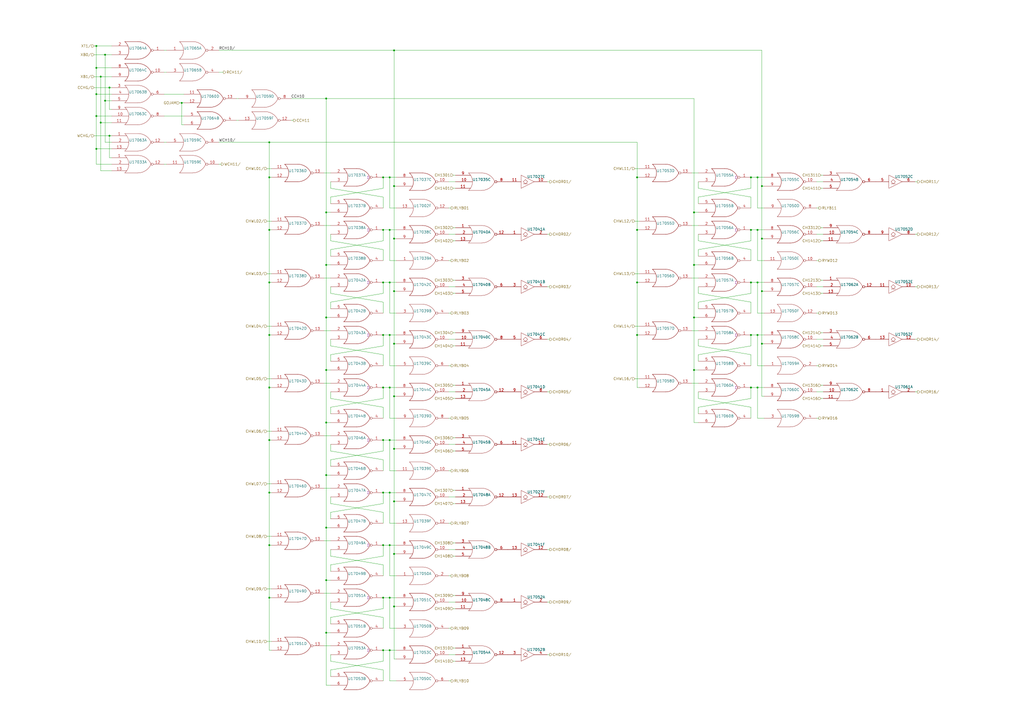
<source format=kicad_sch>
(kicad_sch (version 20211123) (generator eeschema)
  (paper "A2")
  (junction (at 226.06 346.71))
  (junction (at 55.88 54.61))
  (junction (at 439.42 194.31))
  (junction (at 222.25 102.87))
  (junction (at 156.21 194.31))
  (junction (at 189.23 123.19))
  (junction (at 60.96 58.42))
  (junction (at 156.21 224.79))
  (junction (at 226.06 102.87))
  (junction (at 226.06 224.79))
  (junction (at 222.25 224.79))
  (junction (at 435.61 163.83))
  (junction (at 435.61 224.79))
  (junction (at 156.21 346.71))
  (junction (at 228.6 138.43))
  (junction (at 58.42 44.45))
  (junction (at 189.23 214.63))
  (junction (at 189.23 336.55))
  (junction (at 156.21 102.87))
  (junction (at 156.21 285.75))
  (junction (at 228.6 168.91))
  (junction (at 60.96 31.75))
  (junction (at 226.06 255.27))
  (junction (at 58.42 71.12))
  (junction (at 55.88 67.31))
  (junction (at 226.06 316.23))
  (junction (at 226.06 133.35))
  (junction (at 156.21 163.83))
  (junction (at 228.6 29.21))
  (junction (at 156.21 255.27))
  (junction (at 435.61 194.31))
  (junction (at 439.42 102.87))
  (junction (at 226.06 285.75))
  (junction (at 441.96 199.39))
  (junction (at 156.21 133.35))
  (junction (at 189.23 57.15))
  (junction (at 156.21 316.23))
  (junction (at 441.96 168.91))
  (junction (at 189.23 306.07))
  (junction (at 228.6 290.83))
  (junction (at 189.23 245.11))
  (junction (at 402.59 153.67))
  (junction (at 222.25 163.83))
  (junction (at 222.25 346.71))
  (junction (at 222.25 133.35))
  (junction (at 228.6 229.87))
  (junction (at 189.23 184.15))
  (junction (at 435.61 102.87))
  (junction (at 226.06 194.31))
  (junction (at 222.25 194.31))
  (junction (at 439.42 163.83))
  (junction (at 189.23 367.03))
  (junction (at 228.6 199.39))
  (junction (at 369.57 102.87))
  (junction (at 226.06 377.19))
  (junction (at 369.57 163.83))
  (junction (at 441.96 107.95))
  (junction (at 55.88 86.36))
  (junction (at 228.6 260.35))
  (junction (at 55.88 26.67))
  (junction (at 441.96 138.43))
  (junction (at 189.23 153.67))
  (junction (at 369.57 133.35))
  (junction (at 63.5 78.74))
  (junction (at 105.41 59.69))
  (junction (at 63.5 50.8))
  (junction (at 222.25 316.23))
  (junction (at 439.42 224.79))
  (junction (at 55.88 39.37))
  (junction (at 439.42 133.35))
  (junction (at 189.23 275.59))
  (junction (at 402.59 184.15))
  (junction (at 369.57 194.31))
  (junction (at 402.59 123.19))
  (junction (at 222.25 255.27))
  (junction (at 156.21 82.55))
  (junction (at 228.6 321.31))
  (junction (at 222.25 377.19))
  (junction (at 222.25 285.75))
  (junction (at 402.59 214.63))
  (junction (at 226.06 163.83))
  (junction (at 228.6 351.79))
  (junction (at 228.6 107.95))
  (junction (at 435.61 133.35))
  (wire (pts (xy 229.87 107.95) (xy 228.6 107.95)))
  (wire (pts (xy 191.77 358.14) (xy 191.77 361.95)))
  (wire (pts (xy 401.32 222.25) (xy 405.13 222.25)))
  (wire (pts (xy 105.41 59.69) (xy 105.41 72.39)))
  (wire (pts (xy 222.25 261.62) (xy 191.77 266.7)))
  (wire (pts (xy 226.06 346.71) (xy 229.87 346.71)))
  (wire (pts (xy 435.61 109.22) (xy 405.13 114.3)))
  (wire (pts (xy 226.06 133.35) (xy 226.06 151.13)))
  (wire (pts (xy 156.21 255.27) (xy 156.21 285.75)))
  (wire (pts (xy 476.25 223.52) (xy 477.52 223.52)))
  (wire (pts (xy 435.61 102.87) (xy 439.42 102.87)))
  (wire (pts (xy 154.94 219.71) (xy 157.48 219.71)))
  (wire (pts (xy 369.57 102.87) (xy 370.84 102.87)))
  (wire (pts (xy 60.96 58.42) (xy 60.96 82.55)))
  (wire (pts (xy 189.23 367.03) (xy 191.77 367.03)))
  (wire (pts (xy 435.61 236.22) (xy 405.13 231.14)))
  (wire (pts (xy 222.25 133.35) (xy 226.06 133.35)))
  (wire (pts (xy 95.25 82.55) (xy 96.52 82.55)))
  (wire (pts (xy 95.25 95.25) (xy 96.52 95.25)))
  (wire (pts (xy 58.42 71.12) (xy 64.77 71.12)))
  (wire (pts (xy 222.25 109.22) (xy 191.77 114.3)))
  (wire (pts (xy 58.42 71.12) (xy 58.42 99.06)))
  (wire (pts (xy 435.61 194.31) (xy 435.61 200.66)))
  (wire (pts (xy 226.06 334.01) (xy 229.87 334.01)))
  (wire (pts (xy 156.21 224.79) (xy 156.21 255.27)))
  (wire (pts (xy 260.35 349.25) (xy 264.16 349.25)))
  (wire (pts (xy 156.21 194.31) (xy 156.21 224.79)))
  (wire (pts (xy 402.59 214.63) (xy 402.59 245.11)))
  (wire (pts (xy 154.94 97.79) (xy 157.48 97.79)))
  (wire (pts (xy 317.5 196.85) (xy 318.77 196.85)))
  (wire (pts (xy 439.42 133.35) (xy 443.23 133.35)))
  (wire (pts (xy 260.35 318.77) (xy 264.16 318.77)))
  (wire (pts (xy 222.25 388.62) (xy 191.77 383.54)))
  (wire (pts (xy 262.89 193.04) (xy 264.16 193.04)))
  (wire (pts (xy 473.71 196.85) (xy 477.52 196.85)))
  (wire (pts (xy 222.25 346.71) (xy 226.06 346.71)))
  (wire (pts (xy 405.13 231.14) (xy 405.13 227.33)))
  (wire (pts (xy 473.71 120.65) (xy 474.98 120.65)))
  (wire (pts (xy 435.61 163.83) (xy 435.61 170.18)))
  (wire (pts (xy 435.61 200.66) (xy 405.13 205.74)))
  (wire (pts (xy 187.96 130.81) (xy 191.77 130.81)))
  (wire (pts (xy 222.25 133.35) (xy 222.25 139.7)))
  (wire (pts (xy 189.23 275.59) (xy 191.77 275.59)))
  (wire (pts (xy 476.25 109.22) (xy 477.52 109.22)))
  (wire (pts (xy 260.35 257.81) (xy 264.16 257.81)))
  (wire (pts (xy 435.61 114.3) (xy 405.13 109.22)))
  (wire (pts (xy 189.23 306.07) (xy 189.23 336.55)))
  (wire (pts (xy 226.06 346.71) (xy 226.06 364.49)))
  (wire (pts (xy 191.77 236.22) (xy 191.77 240.03)))
  (wire (pts (xy 226.06 255.27) (xy 226.06 273.05)))
  (wire (pts (xy 154.94 158.75) (xy 157.48 158.75)))
  (wire (pts (xy 156.21 224.79) (xy 157.48 224.79)))
  (wire (pts (xy 187.96 100.33) (xy 191.77 100.33)))
  (wire (pts (xy 154.94 341.63) (xy 157.48 341.63)))
  (wire (pts (xy 55.88 54.61) (xy 55.88 67.31)))
  (wire (pts (xy 54.61 78.74) (xy 63.5 78.74)))
  (wire (pts (xy 402.59 123.19) (xy 405.13 123.19)))
  (wire (pts (xy 222.25 212.09) (xy 222.25 205.74)))
  (wire (pts (xy 189.23 336.55) (xy 189.23 367.03)))
  (wire (pts (xy 228.6 29.21) (xy 228.6 107.95)))
  (wire (pts (xy 262.89 170.18) (xy 264.16 170.18)))
  (wire (pts (xy 439.42 102.87) (xy 443.23 102.87)))
  (wire (pts (xy 222.25 224.79) (xy 222.25 231.14)))
  (wire (pts (xy 228.6 168.91) (xy 229.87 168.91)))
  (wire (pts (xy 369.57 194.31) (xy 369.57 224.79)))
  (wire (pts (xy 156.21 163.83) (xy 156.21 194.31)))
  (wire (pts (xy 187.96 191.77) (xy 191.77 191.77)))
  (wire (pts (xy 222.25 327.66) (xy 191.77 322.58)))
  (wire (pts (xy 260.35 273.05) (xy 261.62 273.05)))
  (wire (pts (xy 226.06 285.75) (xy 226.06 303.53)))
  (wire (pts (xy 138.43 69.85) (xy 137.16 69.85)))
  (wire (pts (xy 191.77 297.18) (xy 191.77 300.99)))
  (wire (pts (xy 55.88 39.37) (xy 64.77 39.37)))
  (wire (pts (xy 222.25 285.75) (xy 226.06 285.75)))
  (wire (pts (xy 228.6 290.83) (xy 228.6 321.31)))
  (wire (pts (xy 401.32 130.81) (xy 405.13 130.81)))
  (wire (pts (xy 439.42 194.31) (xy 439.42 212.09)))
  (wire (pts (xy 187.96 344.17) (xy 191.77 344.17)))
  (wire (pts (xy 228.6 351.79) (xy 228.6 382.27)))
  (wire (pts (xy 317.5 379.73) (xy 318.77 379.73)))
  (wire (pts (xy 441.96 138.43) (xy 441.96 168.91)))
  (wire (pts (xy 156.21 133.35) (xy 157.48 133.35)))
  (wire (pts (xy 222.25 383.54) (xy 191.77 388.62)))
  (wire (pts (xy 369.57 82.55) (xy 369.57 102.87)))
  (wire (pts (xy 228.6 321.31) (xy 229.87 321.31)))
  (wire (pts (xy 435.61 151.13) (xy 435.61 144.78)))
  (wire (pts (xy 369.57 194.31) (xy 370.84 194.31)))
  (wire (pts (xy 191.77 353.06) (xy 191.77 349.25)))
  (wire (pts (xy 63.5 78.74) (xy 63.5 91.44)))
  (wire (pts (xy 262.89 383.54) (xy 264.16 383.54)))
  (wire (pts (xy 95.25 41.91) (xy 96.52 41.91)))
  (wire (pts (xy 189.23 245.11) (xy 189.23 275.59)))
  (wire (pts (xy 226.06 285.75) (xy 229.87 285.75)))
  (wire (pts (xy 156.21 346.71) (xy 156.21 377.19)))
  (wire (pts (xy 226.06 102.87) (xy 229.87 102.87)))
  (wire (pts (xy 439.42 102.87) (xy 439.42 120.65)))
  (wire (pts (xy 58.42 44.45) (xy 58.42 71.12)))
  (wire (pts (xy 260.35 394.97) (xy 261.62 394.97)))
  (wire (pts (xy 222.25 205.74) (xy 191.77 200.66)))
  (wire (pts (xy 222.25 200.66) (xy 191.77 205.74)))
  (wire (pts (xy 54.61 31.75) (xy 60.96 31.75)))
  (wire (pts (xy 317.5 135.89) (xy 318.77 135.89)))
  (wire (pts (xy 317.5 105.41) (xy 318.77 105.41)))
  (wire (pts (xy 222.25 316.23) (xy 222.25 322.58)))
  (wire (pts (xy 228.6 168.91) (xy 228.6 199.39)))
  (wire (pts (xy 127 29.21) (xy 228.6 29.21)))
  (wire (pts (xy 402.59 184.15) (xy 405.13 184.15)))
  (wire (pts (xy 260.35 166.37) (xy 264.16 166.37)))
  (wire (pts (xy 55.88 26.67) (xy 64.77 26.67)))
  (wire (pts (xy 368.3 189.23) (xy 370.84 189.23)))
  (wire (pts (xy 63.5 91.44) (xy 64.77 91.44)))
  (wire (pts (xy 189.23 184.15) (xy 191.77 184.15)))
  (wire (pts (xy 435.61 120.65) (xy 435.61 114.3)))
  (wire (pts (xy 189.23 275.59) (xy 189.23 306.07)))
  (wire (pts (xy 54.61 26.67) (xy 55.88 26.67)))
  (wire (pts (xy 222.25 255.27) (xy 222.25 261.62)))
  (wire (pts (xy 473.71 227.33) (xy 477.52 227.33)))
  (wire (pts (xy 369.57 133.35) (xy 370.84 133.35)))
  (wire (pts (xy 439.42 120.65) (xy 443.23 120.65)))
  (wire (pts (xy 222.25 242.57) (xy 222.25 236.22)))
  (wire (pts (xy 473.71 135.89) (xy 477.52 135.89)))
  (wire (pts (xy 435.61 212.09) (xy 435.61 205.74)))
  (wire (pts (xy 476.25 139.7) (xy 477.52 139.7)))
  (wire (pts (xy 95.25 29.21) (xy 96.52 29.21)))
  (wire (pts (xy 476.25 101.6) (xy 477.52 101.6)))
  (wire (pts (xy 228.6 321.31) (xy 228.6 351.79)))
  (wire (pts (xy 60.96 31.75) (xy 60.96 58.42)))
  (wire (pts (xy 187.96 283.21) (xy 191.77 283.21)))
  (wire (pts (xy 55.88 26.67) (xy 55.88 39.37)))
  (wire (pts (xy 63.5 63.5) (xy 64.77 63.5)))
  (wire (pts (xy 189.23 153.67) (xy 191.77 153.67)))
  (wire (pts (xy 228.6 260.35) (xy 229.87 260.35)))
  (wire (pts (xy 368.3 158.75) (xy 370.84 158.75)))
  (wire (pts (xy 156.21 316.23) (xy 157.48 316.23)))
  (wire (pts (xy 156.21 316.23) (xy 156.21 346.71)))
  (wire (pts (xy 260.35 242.57) (xy 261.62 242.57)))
  (wire (pts (xy 189.23 57.15) (xy 189.23 123.19)))
  (wire (pts (xy 222.25 194.31) (xy 226.06 194.31)))
  (wire (pts (xy 262.89 200.66) (xy 264.16 200.66)))
  (wire (pts (xy 369.57 224.79) (xy 370.84 224.79)))
  (wire (pts (xy 530.86 227.33) (xy 532.13 227.33)))
  (wire (pts (xy 222.25 102.87) (xy 222.25 109.22)))
  (wire (pts (xy 262.89 345.44) (xy 264.16 345.44)))
  (wire (pts (xy 228.6 229.87) (xy 229.87 229.87)))
  (wire (pts (xy 222.25 181.61) (xy 222.25 175.26)))
  (wire (pts (xy 226.06 181.61) (xy 229.87 181.61)))
  (wire (pts (xy 368.3 219.71) (xy 370.84 219.71)))
  (wire (pts (xy 260.35 212.09) (xy 261.62 212.09)))
  (wire (pts (xy 187.96 313.69) (xy 191.77 313.69)))
  (wire (pts (xy 191.77 261.62) (xy 191.77 257.81)))
  (wire (pts (xy 476.25 132.08) (xy 477.52 132.08)))
  (wire (pts (xy 189.23 184.15) (xy 189.23 214.63)))
  (wire (pts (xy 228.6 260.35) (xy 228.6 290.83)))
  (wire (pts (xy 369.57 163.83) (xy 370.84 163.83)))
  (wire (pts (xy 228.6 199.39) (xy 228.6 229.87)))
  (wire (pts (xy 262.89 231.14) (xy 264.16 231.14)))
  (wire (pts (xy 226.06 255.27) (xy 229.87 255.27)))
  (wire (pts (xy 473.71 242.57) (xy 474.98 242.57)))
  (wire (pts (xy 441.96 168.91) (xy 443.23 168.91)))
  (wire (pts (xy 401.32 100.33) (xy 405.13 100.33)))
  (wire (pts (xy 476.25 231.14) (xy 477.52 231.14)))
  (wire (pts (xy 369.57 163.83) (xy 369.57 194.31)))
  (wire (pts (xy 189.23 397.51) (xy 191.77 397.51)))
  (wire (pts (xy 222.25 255.27) (xy 226.06 255.27)))
  (wire (pts (xy 317.5 288.29) (xy 318.77 288.29)))
  (wire (pts (xy 260.35 364.49) (xy 261.62 364.49)))
  (wire (pts (xy 435.61 133.35) (xy 435.61 139.7)))
  (wire (pts (xy 262.89 292.1) (xy 264.16 292.1)))
  (wire (pts (xy 156.21 194.31) (xy 157.48 194.31)))
  (wire (pts (xy 63.5 78.74) (xy 64.77 78.74)))
  (wire (pts (xy 154.94 280.67) (xy 157.48 280.67)))
  (wire (pts (xy 435.61 194.31) (xy 439.42 194.31)))
  (wire (pts (xy 189.23 214.63) (xy 189.23 245.11)))
  (wire (pts (xy 137.16 57.15) (xy 138.43 57.15)))
  (wire (pts (xy 530.86 196.85) (xy 532.13 196.85)))
  (wire (pts (xy 439.42 151.13) (xy 443.23 151.13)))
  (wire (pts (xy 222.25 102.87) (xy 226.06 102.87)))
  (wire (pts (xy 222.25 377.19) (xy 222.25 383.54)))
  (wire (pts (xy 262.89 353.06) (xy 264.16 353.06)))
  (wire (pts (xy 156.21 82.55) (xy 156.21 102.87)))
  (wire (pts (xy 441.96 199.39) (xy 441.96 229.87)))
  (wire (pts (xy 222.25 163.83) (xy 226.06 163.83)))
  (wire (pts (xy 473.71 166.37) (xy 477.52 166.37)))
  (wire (pts (xy 228.6 351.79) (xy 229.87 351.79)))
  (wire (pts (xy 226.06 316.23) (xy 229.87 316.23)))
  (wire (pts (xy 222.25 353.06) (xy 191.77 358.14)))
  (wire (pts (xy 222.25 139.7) (xy 191.77 144.78)))
  (wire (pts (xy 156.21 255.27) (xy 157.48 255.27)))
  (wire (pts (xy 435.61 224.79) (xy 439.42 224.79)))
  (wire (pts (xy 439.42 212.09) (xy 443.23 212.09)))
  (wire (pts (xy 402.59 153.67) (xy 405.13 153.67)))
  (wire (pts (xy 439.42 224.79) (xy 443.23 224.79)))
  (wire (pts (xy 226.06 194.31) (xy 226.06 212.09)))
  (wire (pts (xy 105.41 59.69) (xy 106.68 59.69)))
  (wire (pts (xy 60.96 31.75) (xy 64.77 31.75)))
  (wire (pts (xy 226.06 364.49) (xy 229.87 364.49)))
  (wire (pts (xy 127 41.91) (xy 129.54 41.91)))
  (wire (pts (xy 191.77 322.58) (xy 191.77 318.77)))
  (wire (pts (xy 63.5 50.8) (xy 63.5 63.5)))
  (wire (pts (xy 435.61 170.18) (xy 405.13 175.26)))
  (wire (pts (xy 156.21 102.87) (xy 156.21 133.35)))
  (wire (pts (xy 262.89 132.08) (xy 264.16 132.08)))
  (wire (pts (xy 187.96 374.65) (xy 191.77 374.65)))
  (wire (pts (xy 156.21 285.75) (xy 157.48 285.75)))
  (wire (pts (xy 154.94 372.11) (xy 157.48 372.11)))
  (wire (pts (xy 58.42 44.45) (xy 64.77 44.45)))
  (wire (pts (xy 189.23 245.11) (xy 191.77 245.11)))
  (wire (pts (xy 222.25 394.97) (xy 222.25 388.62)))
  (wire (pts (xy 191.77 292.1) (xy 191.77 288.29)))
  (wire (pts (xy 58.42 99.06) (xy 64.77 99.06)))
  (wire (pts (xy 189.23 123.19) (xy 189.23 153.67)))
  (wire (pts (xy 226.06 316.23) (xy 226.06 334.01)))
  (wire (pts (xy 262.89 261.62) (xy 264.16 261.62)))
  (wire (pts (xy 226.06 242.57) (xy 229.87 242.57)))
  (wire (pts (xy 435.61 139.7) (xy 405.13 144.78)))
  (wire (pts (xy 262.89 254) (xy 264.16 254)))
  (wire (pts (xy 228.6 29.21) (xy 441.96 29.21)))
  (wire (pts (xy 402.59 57.15) (xy 402.59 123.19)))
  (wire (pts (xy 226.06 120.65) (xy 229.87 120.65)))
  (wire (pts (xy 405.13 144.78) (xy 405.13 148.59)))
  (wire (pts (xy 127 82.55) (xy 156.21 82.55)))
  (wire (pts (xy 54.61 44.45) (xy 58.42 44.45)))
  (wire (pts (xy 168.91 69.85) (xy 170.18 69.85)))
  (wire (pts (xy 64.77 54.61) (xy 55.88 54.61)))
  (wire (pts (xy 369.57 133.35) (xy 369.57 163.83)))
  (wire (pts (xy 262.89 284.48) (xy 264.16 284.48)))
  (wire (pts (xy 156.21 163.83) (xy 157.48 163.83)))
  (wire (pts (xy 222.25 163.83) (xy 222.25 170.18)))
  (wire (pts (xy 222.25 334.01) (xy 222.25 327.66)))
  (wire (pts (xy 191.77 383.54) (xy 191.77 379.73)))
  (wire (pts (xy 439.42 194.31) (xy 443.23 194.31)))
  (wire (pts (xy 439.42 224.79) (xy 439.42 242.57)))
  (wire (pts (xy 260.35 379.73) (xy 264.16 379.73)))
  (wire (pts (xy 127 95.25) (xy 128.27 95.25)))
  (wire (pts (xy 260.35 135.89) (xy 264.16 135.89)))
  (wire (pts (xy 222.25 297.18) (xy 191.77 292.1)))
  (wire (pts (xy 187.96 161.29) (xy 191.77 161.29)))
  (wire (pts (xy 222.25 144.78) (xy 191.77 139.7)))
  (wire (pts (xy 530.86 105.41) (xy 532.13 105.41)))
  (wire (pts (xy 317.5 166.37) (xy 318.77 166.37)))
  (wire (pts (xy 401.32 191.77) (xy 405.13 191.77)))
  (wire (pts (xy 262.89 322.58) (xy 264.16 322.58)))
  (wire (pts (xy 473.71 151.13) (xy 474.98 151.13)))
  (wire (pts (xy 435.61 231.14) (xy 405.13 236.22)))
  (wire (pts (xy 260.35 151.13) (xy 261.62 151.13)))
  (wire (pts (xy 439.42 181.61) (xy 443.23 181.61)))
  (wire (pts (xy 222.25 120.65) (xy 222.25 114.3)))
  (wire (pts (xy 222.25 322.58) (xy 191.77 327.66)))
  (wire (pts (xy 187.96 222.25) (xy 191.77 222.25)))
  (wire (pts (xy 262.89 109.22) (xy 264.16 109.22)))
  (wire (pts (xy 402.59 214.63) (xy 405.13 214.63)))
  (wire (pts (xy 189.23 123.19) (xy 191.77 123.19)))
  (wire (pts (xy 222.25 114.3) (xy 191.77 109.22)))
  (wire (pts (xy 228.6 290.83) (xy 229.87 290.83)))
  (wire (pts (xy 435.61 133.35) (xy 439.42 133.35)))
  (wire (pts (xy 55.88 86.36) (xy 64.77 86.36)))
  (wire (pts (xy 476.25 200.66) (xy 477.52 200.66)))
  (wire (pts (xy 402.59 245.11) (xy 405.13 245.11)))
  (wire (pts (xy 55.88 95.25) (xy 64.77 95.25)))
  (wire (pts (xy 530.86 166.37) (xy 532.13 166.37)))
  (wire (pts (xy 156.21 133.35) (xy 156.21 163.83)))
  (wire (pts (xy 222.25 194.31) (xy 222.25 200.66)))
  (wire (pts (xy 317.5 318.77) (xy 318.77 318.77)))
  (wire (pts (xy 405.13 200.66) (xy 405.13 196.85)))
  (wire (pts (xy 222.25 316.23) (xy 226.06 316.23)))
  (wire (pts (xy 154.94 311.15) (xy 157.48 311.15)))
  (wire (pts (xy 189.23 306.07) (xy 191.77 306.07)))
  (wire (pts (xy 435.61 175.26) (xy 405.13 170.18)))
  (wire (pts (xy 222.25 285.75) (xy 222.25 292.1)))
  (wire (pts (xy 226.06 133.35) (xy 229.87 133.35)))
  (wire (pts (xy 226.06 212.09) (xy 229.87 212.09)))
  (wire (pts (xy 222.25 364.49) (xy 222.25 358.14)))
  (wire (pts (xy 435.61 224.79) (xy 435.61 231.14)))
  (wire (pts (xy 441.96 107.95) (xy 441.96 138.43)))
  (wire (pts (xy 441.96 168.91) (xy 441.96 199.39)))
  (wire (pts (xy 154.94 128.27) (xy 157.48 128.27)))
  (wire (pts (xy 435.61 242.57) (xy 435.61 236.22)))
  (wire (pts (xy 439.42 133.35) (xy 439.42 151.13)))
  (wire (pts (xy 106.68 67.31) (xy 95.25 67.31)))
  (wire (pts (xy 260.35 120.65) (xy 261.62 120.65)))
  (wire (pts (xy 435.61 102.87) (xy 435.61 109.22)))
  (wire (pts (xy 260.35 105.41) (xy 264.16 105.41)))
  (wire (pts (xy 262.89 162.56) (xy 264.16 162.56)))
  (wire (pts (xy 154.94 250.19) (xy 157.48 250.19)))
  (wire (pts (xy 191.77 139.7) (xy 191.77 135.89)))
  (wire (pts (xy 54.61 50.8) (xy 63.5 50.8)))
  (wire (pts (xy 55.88 67.31) (xy 55.88 86.36)))
  (wire (pts (xy 191.77 231.14) (xy 191.77 227.33)))
  (wire (pts (xy 405.13 236.22) (xy 405.13 240.03)))
  (wire (pts (xy 260.35 303.53) (xy 261.62 303.53)))
  (wire (pts (xy 473.71 212.09) (xy 474.98 212.09)))
  (wire (pts (xy 156.21 346.71) (xy 157.48 346.71)))
  (wire (pts (xy 439.42 242.57) (xy 443.23 242.57)))
  (wire (pts (xy 228.6 138.43) (xy 229.87 138.43)))
  (wire (pts (xy 226.06 377.19) (xy 226.06 394.97)))
  (wire (pts (xy 317.5 227.33) (xy 318.77 227.33)))
  (wire (pts (xy 191.77 388.62) (xy 191.77 392.43)))
  (wire (pts (xy 473.71 181.61) (xy 474.98 181.61)))
  (wire (pts (xy 168.91 57.15) (xy 189.23 57.15)))
  (wire (pts (xy 476.25 162.56) (xy 477.52 162.56)))
  (wire (pts (xy 104.14 59.69) (xy 105.41 59.69)))
  (wire (pts (xy 401.32 161.29) (xy 405.13 161.29)))
  (wire (pts (xy 402.59 153.67) (xy 402.59 184.15)))
  (wire (pts (xy 262.89 314.96) (xy 264.16 314.96)))
  (wire (pts (xy 441.96 29.21) (xy 441.96 107.95)))
  (wire (pts (xy 402.59 184.15) (xy 402.59 214.63)))
  (wire (pts (xy 476.25 170.18) (xy 477.52 170.18)))
  (wire (pts (xy 405.13 109.22) (xy 405.13 105.41)))
  (wire (pts (xy 222.25 292.1) (xy 191.77 297.18)))
  (wire (pts (xy 435.61 144.78) (xy 405.13 139.7)))
  (wire (pts (xy 222.25 266.7) (xy 191.77 261.62)))
  (wire (pts (xy 226.06 273.05) (xy 229.87 273.05)))
  (wire (pts (xy 435.61 205.74) (xy 405.13 200.66)))
  (wire (pts (xy 260.35 227.33) (xy 264.16 227.33)))
  (wire (pts (xy 191.77 175.26) (xy 191.77 179.07)))
  (wire (pts (xy 405.13 139.7) (xy 405.13 135.89)))
  (wire (pts (xy 55.88 39.37) (xy 55.88 54.61)))
  (wire (pts (xy 189.23 153.67) (xy 189.23 184.15)))
  (wire (pts (xy 191.77 144.78) (xy 191.77 148.59)))
  (wire (pts (xy 222.25 224.79) (xy 226.06 224.79)))
  (wire (pts (xy 441.96 199.39) (xy 443.23 199.39)))
  (wire (pts (xy 262.89 101.6) (xy 264.16 101.6)))
  (wire (pts (xy 262.89 223.52) (xy 264.16 223.52)))
  (wire (pts (xy 369.57 102.87) (xy 369.57 133.35)))
  (wire (pts (xy 530.86 135.89) (xy 532.13 135.89)))
  (wire (pts (xy 226.06 194.31) (xy 229.87 194.31)))
  (wire (pts (xy 222.25 346.71) (xy 222.25 353.06)))
  (wire (pts (xy 156.21 102.87) (xy 157.48 102.87)))
  (wire (pts (xy 156.21 285.75) (xy 156.21 316.23)))
  (wire (pts (xy 317.5 349.25) (xy 318.77 349.25)))
  (wire (pts (xy 55.88 86.36) (xy 55.88 95.25)))
  (wire (pts (xy 191.77 114.3) (xy 191.77 118.11)))
  (wire (pts (xy 226.06 377.19) (xy 229.87 377.19)))
  (wire (pts (xy 191.77 266.7) (xy 191.77 270.51)))
  (wire (pts (xy 156.21 377.19) (xy 157.48 377.19)))
  (wire (pts (xy 222.25 303.53) (xy 222.25 297.18)))
  (wire (pts (xy 439.42 163.83) (xy 439.42 181.61)))
  (wire (pts (xy 222.25 273.05) (xy 222.25 266.7)))
  (wire (pts (xy 191.77 170.18) (xy 191.77 166.37)))
  (wire (pts (xy 154.94 189.23) (xy 157.48 189.23)))
  (wire (pts (xy 189.23 336.55) (xy 191.77 336.55)))
  (wire (pts (xy 260.35 334.01) (xy 261.62 334.01)))
  (wire (pts (xy 405.13 170.18) (xy 405.13 166.37)))
  (wire (pts (xy 262.89 375.92) (xy 264.16 375.92)))
  (wire (pts (xy 443.23 107.95) (xy 441.96 107.95)))
  (wire (pts (xy 226.06 163.83) (xy 226.06 181.61)))
  (wire (pts (xy 402.59 123.19) (xy 402.59 153.67)))
  (wire (pts (xy 405.13 205.74) (xy 405.13 209.55)))
  (wire (pts (xy 222.25 236.22) (xy 191.77 231.14)))
  (wire (pts (xy 476.25 193.04) (xy 477.52 193.04)))
  (wire (pts (xy 226.06 151.13) (xy 229.87 151.13)))
  (wire (pts (xy 222.25 377.19) (xy 226.06 377.19)))
  (wire (pts (xy 95.25 54.61) (xy 106.68 54.61)))
  (wire (pts (xy 189.23 57.15) (xy 402.59 57.15)))
  (wire (pts (xy 439.42 163.83) (xy 443.23 163.83)))
  (wire (pts (xy 55.88 67.31) (xy 64.77 67.31)))
  (wire (pts (xy 105.41 72.39) (xy 106.68 72.39)))
  (wire (pts (xy 260.35 288.29) (xy 264.16 288.29)))
  (wire (pts (xy 405.13 114.3) (xy 405.13 118.11)))
  (wire (pts (xy 228.6 138.43) (xy 228.6 168.91)))
  (wire (pts (xy 435.61 181.61) (xy 435.61 175.26)))
  (wire (pts (xy 189.23 214.63) (xy 191.77 214.63)))
  (wire (pts (xy 473.71 105.41) (xy 477.52 105.41)))
  (wire (pts (xy 228.6 229.87) (xy 228.6 260.35)))
  (wire (pts (xy 228.6 382.27) (xy 229.87 382.27)))
  (wire (pts (xy 63.5 50.8) (xy 64.77 50.8)))
  (wire (pts (xy 226.06 224.79) (xy 226.06 242.57)))
  (wire (pts (xy 226.06 303.53) (xy 229.87 303.53)))
  (wire (pts (xy 191.77 109.22) (xy 191.77 105.41)))
  (wire (pts (xy 228.6 199.39) (xy 229.87 199.39)))
  (wire (pts (xy 60.96 58.42) (xy 64.77 58.42)))
  (wire (pts (xy 317.5 257.81) (xy 318.77 257.81)))
  (wire (pts (xy 405.13 175.26) (xy 405.13 179.07)))
  (wire (pts (xy 260.35 196.85) (xy 264.16 196.85)))
  (wire (pts (xy 441.96 138.43) (xy 443.23 138.43)))
  (wire (pts (xy 368.3 97.79) (xy 370.84 97.79)))
  (wire (pts (xy 222.25 231.14) (xy 191.77 236.22)))
  (wire (pts (xy 222.25 175.26) (xy 191.77 170.18)))
  (wire (pts (xy 260.35 181.61) (xy 261.62 181.61)))
  (wire (pts (xy 228.6 107.95) (xy 228.6 138.43)))
  (wire (pts (xy 189.23 367.03) (xy 189.23 397.51)))
  (wire (pts (xy 222.25 151.13) (xy 222.25 144.78)))
  (wire (pts (xy 441.96 229.87) (xy 443.23 229.87)))
  (wire (pts (xy 191.77 205.74) (xy 191.77 209.55)))
  (wire (pts (xy 226.06 163.83) (xy 229.87 163.83)))
  (wire (pts (xy 226.06 224.79) (xy 229.87 224.79)))
  (wire (pts (xy 191.77 327.66) (xy 191.77 331.47)))
  (wire (pts (xy 226.06 102.87) (xy 226.06 120.65)))
  (wire (pts (xy 156.21 82.55) (xy 369.57 82.55)))
  (wire (pts (xy 226.06 394.97) (xy 229.87 394.97)))
  (wire (pts (xy 368.3 128.27) (xy 370.84 128.27)))
  (wire (pts (xy 435.61 163.83) (xy 439.42 163.83)))
  (wire (pts (xy 187.96 252.73) (xy 191.77 252.73)))
  (wire (pts (xy 262.89 139.7) (xy 264.16 139.7)))
  (wire (pts (xy 222.25 170.18) (xy 191.77 175.26)))
  (wire (pts (xy 60.96 82.55) (xy 64.77 82.55)))
  (wire (pts (xy 191.77 200.66) (xy 191.77 196.85)))
  (wire (pts (xy 222.25 358.14) (xy 191.77 353.06)))
  (label "RCH10/" (at 127 29.21 0) (effects (font (size 1.524 1.524))))
  (label "WCH10/" (at 127 82.55 0) (effects (font (size 1.524 1.524))))
  (label "CCH10" (at 168.91 57.15 0) (effects (font (size 1.524 1.524))))
  (hierarchical_label "CHWL10/" (shape input) (at 154.94 372.11 180) (effects (font (size 1.524 1.524))))
  (hierarchical_label "CH1403" (shape input) (at 262.89 170.18 180) (effects (font (size 1.524 1.524))))
  (hierarchical_label "CHOR04/" (shape output) (at 318.77 196.85 0) (effects (font (size 1.524 1.524))))
  (hierarchical_label "XT1/" (shape input) (at 54.61 26.67 180) (effects (font (size 1.524 1.524))))
  (hierarchical_label "CHOR02/" (shape output) (at 318.77 135.89 0) (effects (font (size 1.524 1.524))))
  (hierarchical_label "CCH11" (shape output) (at 170.18 69.85 0) (effects (font (size 1.524 1.524))))
  (hierarchical_label "CH1410" (shape input) (at 262.89 383.54 180) (effects (font (size 1.524 1.524))))
  (hierarchical_label "RLYB10" (shape output) (at 261.62 394.97 0) (effects (font (size 1.524 1.524))))
  (hierarchical_label "CH1409" (shape input) (at 262.89 353.06 180) (effects (font (size 1.524 1.524))))
  (hierarchical_label "CHWL09/" (shape input) (at 154.94 341.63 180) (effects (font (size 1.524 1.524))))
  (hierarchical_label "WCH11/" (shape output) (at 128.27 95.25 0) (effects (font (size 1.524 1.524))))
  (hierarchical_label "RYWD12" (shape output) (at 474.98 151.13 0) (effects (font (size 1.524 1.524))))
  (hierarchical_label "RLYB11" (shape output) (at 474.98 120.65 0) (effects (font (size 1.524 1.524))))
  (hierarchical_label "RLYB06" (shape output) (at 261.62 273.05 0) (effects (font (size 1.524 1.524))))
  (hierarchical_label "CHOR10/" (shape output) (at 318.77 379.73 0) (effects (font (size 1.524 1.524))))
  (hierarchical_label "CHOR12/" (shape output) (at 532.13 135.89 0) (effects (font (size 1.524 1.524))))
  (hierarchical_label "RLYB01" (shape output) (at 261.62 120.65 0) (effects (font (size 1.524 1.524))))
  (hierarchical_label "CH1412" (shape input) (at 476.25 139.7 180) (effects (font (size 1.524 1.524))))
  (hierarchical_label "CH1414" (shape input) (at 476.25 200.66 180) (effects (font (size 1.524 1.524))))
  (hierarchical_label "CH1309" (shape input) (at 262.89 345.44 180) (effects (font (size 1.524 1.524))))
  (hierarchical_label "CHWL12/" (shape input) (at 368.3 128.27 180) (effects (font (size 1.524 1.524))))
  (hierarchical_label "CHWL11/" (shape input) (at 368.3 97.79 180) (effects (font (size 1.524 1.524))))
  (hierarchical_label "CH1411" (shape input) (at 476.25 109.22 180) (effects (font (size 1.524 1.524))))
  (hierarchical_label "CH1307" (shape input) (at 262.89 284.48 180) (effects (font (size 1.524 1.524))))
  (hierarchical_label "CHWL08/" (shape input) (at 154.94 311.15 180) (effects (font (size 1.524 1.524))))
  (hierarchical_label "GOJAM" (shape input) (at 104.14 59.69 180) (effects (font (size 1.524 1.524))))
  (hierarchical_label "CHWL13/" (shape input) (at 368.3 158.75 180) (effects (font (size 1.524 1.524))))
  (hierarchical_label "CHOR14/" (shape output) (at 532.13 196.85 0) (effects (font (size 1.524 1.524))))
  (hierarchical_label "RYWD14" (shape output) (at 474.98 212.09 0) (effects (font (size 1.524 1.524))))
  (hierarchical_label "CH1214" (shape input) (at 476.25 193.04 180) (effects (font (size 1.524 1.524))))
  (hierarchical_label "CHOR11/" (shape output) (at 532.13 105.41 0) (effects (font (size 1.524 1.524))))
  (hierarchical_label "CHWL05/" (shape input) (at 154.94 219.71 180) (effects (font (size 1.524 1.524))))
  (hierarchical_label "RLYB07" (shape output) (at 261.62 303.53 0) (effects (font (size 1.524 1.524))))
  (hierarchical_label "RLYB05" (shape output) (at 261.62 242.57 0) (effects (font (size 1.524 1.524))))
  (hierarchical_label "CH3312" (shape input) (at 476.25 132.08 180) (effects (font (size 1.524 1.524))))
  (hierarchical_label "CH1303" (shape input) (at 262.89 162.56 180) (effects (font (size 1.524 1.524))))
  (hierarchical_label "CH1406" (shape input) (at 262.89 261.62 180) (effects (font (size 1.524 1.524))))
  (hierarchical_label "CHOR06/" (shape output) (at 318.77 257.81 0) (effects (font (size 1.524 1.524))))
  (hierarchical_label "CHWL04/" (shape input) (at 154.94 189.23 180) (effects (font (size 1.524 1.524))))
  (hierarchical_label "CHOR05/" (shape output) (at 318.77 227.33 0) (effects (font (size 1.524 1.524))))
  (hierarchical_label "CHWL06/" (shape input) (at 154.94 250.19 180) (effects (font (size 1.524 1.524))))
  (hierarchical_label "CHWL03/" (shape input) (at 154.94 158.75 180) (effects (font (size 1.524 1.524))))
  (hierarchical_label "CH1316" (shape input) (at 476.25 223.52 180) (effects (font (size 1.524 1.524))))
  (hierarchical_label "CH1306" (shape input) (at 262.89 254 180) (effects (font (size 1.524 1.524))))
  (hierarchical_label "CHWL16/" (shape input) (at 368.3 219.71 180) (effects (font (size 1.524 1.524))))
  (hierarchical_label "XB0/" (shape input) (at 54.61 31.75 180) (effects (font (size 1.524 1.524))))
  (hierarchical_label "CH1213" (shape input) (at 476.25 162.56 180) (effects (font (size 1.524 1.524))))
  (hierarchical_label "RLYB09" (shape output) (at 261.62 364.49 0) (effects (font (size 1.524 1.524))))
  (hierarchical_label "CH1408" (shape input) (at 262.89 322.58 180) (effects (font (size 1.524 1.524))))
  (hierarchical_label "CHOR08/" (shape output) (at 318.77 318.77 0) (effects (font (size 1.524 1.524))))
  (hierarchical_label "CH1402" (shape input) (at 262.89 139.7 180) (effects (font (size 1.524 1.524))))
  (hierarchical_label "CH1305" (shape input) (at 262.89 223.52 180) (effects (font (size 1.524 1.524))))
  (hierarchical_label "CHOR07/" (shape output) (at 318.77 288.29 0) (effects (font (size 1.524 1.524))))
  (hierarchical_label "CH1416" (shape input) (at 476.25 231.14 180) (effects (font (size 1.524 1.524))))
  (hierarchical_label "CCHG/" (shape input) (at 54.61 50.8 180) (effects (font (size 1.524 1.524))))
  (hierarchical_label "CHOR16/" (shape output) (at 532.13 227.33 0) (effects (font (size 1.524 1.524))))
  (hierarchical_label "RYWD13" (shape output) (at 474.98 181.61 0) (effects (font (size 1.524 1.524))))
  (hierarchical_label "CHWL02/" (shape input) (at 154.94 128.27 180) (effects (font (size 1.524 1.524))))
  (hierarchical_label "CH1302" (shape input) (at 262.89 132.08 180) (effects (font (size 1.524 1.524))))
  (hierarchical_label "CH1301" (shape input) (at 262.89 101.6 180) (effects (font (size 1.524 1.524))))
  (hierarchical_label "CH1404" (shape input) (at 262.89 200.66 180) (effects (font (size 1.524 1.524))))
  (hierarchical_label "CHOR09/" (shape output) (at 318.77 349.25 0) (effects (font (size 1.524 1.524))))
  (hierarchical_label "CH1407" (shape input) (at 262.89 292.1 180) (effects (font (size 1.524 1.524))))
  (hierarchical_label "RLYB03" (shape output) (at 261.62 181.61 0) (effects (font (size 1.524 1.524))))
  (hierarchical_label "CH1311" (shape input) (at 476.25 101.6 180) (effects (font (size 1.524 1.524))))
  (hierarchical_label "CHOR01/" (shape output) (at 318.77 105.41 0) (effects (font (size 1.524 1.524))))
  (hierarchical_label "CHOR03/" (shape output) (at 318.77 166.37 0) (effects (font (size 1.524 1.524))))
  (hierarchical_label "CHOR13/" (shape output) (at 532.13 166.37 0) (effects (font (size 1.524 1.524))))
  (hierarchical_label "CHWL01/" (shape input) (at 154.94 97.79 180) (effects (font (size 1.524 1.524))))
  (hierarchical_label "CH1413" (shape input) (at 476.25 170.18 180) (effects (font (size 1.524 1.524))))
  (hierarchical_label "RCH11/" (shape output) (at 129.54 41.91 0) (effects (font (size 1.524 1.524))))
  (hierarchical_label "CH1310" (shape input) (at 262.89 375.92 180) (effects (font (size 1.524 1.524))))
  (hierarchical_label "CHWL07/" (shape input) (at 154.94 280.67 180) (effects (font (size 1.524 1.524))))
  (hierarchical_label "CH1401" (shape input) (at 262.89 109.22 180) (effects (font (size 1.524 1.524))))
  (hierarchical_label "CH1308" (shape input) (at 262.89 314.96 180) (effects (font (size 1.524 1.524))))
  (hierarchical_label "CH1304" (shape input) (at 262.89 193.04 180) (effects (font (size 1.524 1.524))))
  (hierarchical_label "WCHG/" (shape input) (at 54.61 78.74 180) (effects (font (size 1.524 1.524))))
  (hierarchical_label "XB1/" (shape input) (at 54.61 44.45 180) (effects (font (size 1.524 1.524))))
  (hierarchical_label "RYWD16" (shape output) (at 474.98 242.57 0) (effects (font (size 1.524 1.524))))
  (hierarchical_label "CH1405" (shape input) (at 262.89 231.14 180) (effects (font (size 1.524 1.524))))
  (hierarchical_label "RLYB02" (shape output) (at 261.62 151.13 0) (effects (font (size 1.524 1.524))))
  (hierarchical_label "CHWL14/" (shape input) (at 368.3 189.23 180) (effects (font (size 1.524 1.524))))
  (hierarchical_label "RLYB04" (shape output) (at 261.62 212.09 0) (effects (font (size 1.524 1.524))))
  (hierarchical_label "RLYB08" (shape output) (at 261.62 334.01 0) (effects (font (size 1.524 1.524))))
  (symbol (lib_id "agc_kicad_components:74HC02") (at 172.72 100.33 0) (unit 4)
    (property "Reference" "U17036" (at 172.72 99.06 0) (effects (font (size 1.524 1.524))))
  )
  (symbol (lib_id "agc_kicad_components:74HC02") (at 207.01 102.87 0) (unit 1)
    (property "Reference" "U17037" (at 207.01 101.6 0) (effects (font (size 1.524 1.524))))
    (property "Initial" "1" (at 213.36 102.87 0) (effects (font (size 1.524 1.524) italic)))
  )
  (symbol (lib_id "agc_kicad_components:74HC02") (at 207.01 120.65 0) (unit 2)
    (property "Reference" "U17037" (at 207.01 119.38 0) (effects (font (size 1.524 1.524))))
  )
  (symbol (lib_id "agc_kicad_components:74HC02") (at 245.11 105.41 0) (unit 3)
    (property "Reference" "U17037" (at 245.11 104.14 0) (effects (font (size 1.524 1.524))))
  )
  (symbol (lib_id "agc_kicad_components:74HC04") (at 245.11 120.65 0) (unit 6)
    (property "Reference" "U17002" (at 245.11 119.38 0) (effects (font (size 1.524 1.524))))
  )
  (symbol (lib_id "agc_kicad_components:74HC27") (at 279.4 105.41 0) (unit 3)
    (property "Reference" "U17035" (at 279.4 104.14 0) (effects (font (size 1.524 1.524))))
  )
  (symbol (lib_id "agc_kicad_components:74LVC07") (at 306.07 105.41 0) (unit 5)
    (property "Reference" "U17027" (at 311.023 102.489 0) (effects (font (size 1.524 1.524))))
  )
  (symbol (lib_id "agc_kicad_components:74HC02") (at 172.72 130.81 0) (unit 4)
    (property "Reference" "U17037" (at 172.72 129.54 0) (effects (font (size 1.524 1.524))))
  )
  (symbol (lib_id "agc_kicad_components:74HC02") (at 207.01 133.35 0) (unit 1)
    (property "Reference" "U17038" (at 207.01 132.08 0) (effects (font (size 1.524 1.524))))
    (property "Initial" "1" (at 213.36 133.35 0) (effects (font (size 1.524 1.524) italic)))
  )
  (symbol (lib_id "agc_kicad_components:74HC02") (at 207.01 151.13 0) (unit 2)
    (property "Reference" "U17038" (at 207.01 149.86 0) (effects (font (size 1.524 1.524))))
  )
  (symbol (lib_id "agc_kicad_components:74HC02") (at 245.11 135.89 0) (unit 3)
    (property "Reference" "U17038" (at 245.11 134.62 0) (effects (font (size 1.524 1.524))))
  )
  (symbol (lib_id "agc_kicad_components:74HC04") (at 245.11 151.13 0) (unit 1)
    (property "Reference" "U17039" (at 245.11 149.86 0) (effects (font (size 1.524 1.524))))
  )
  (symbol (lib_id "agc_kicad_components:74HC27") (at 279.4 135.89 0) (unit 1)
    (property "Reference" "U17040" (at 279.4 134.62 0) (effects (font (size 1.524 1.524))))
  )
  (symbol (lib_id "agc_kicad_components:74LVC07") (at 306.07 135.89 0) (unit 1)
    (property "Reference" "U17041" (at 311.023 132.969 0) (effects (font (size 1.524 1.524))))
  )
  (symbol (lib_id "agc_kicad_components:74HC02") (at 172.72 161.29 0) (unit 4)
    (property "Reference" "U17038" (at 172.72 160.02 0) (effects (font (size 1.524 1.524))))
  )
  (symbol (lib_id "agc_kicad_components:74HC02") (at 207.01 163.83 0) (unit 1)
    (property "Reference" "U17042" (at 207.01 162.56 0) (effects (font (size 1.524 1.524))))
    (property "Initial" "1" (at 213.36 163.83 0) (effects (font (size 1.524 1.524) italic)))
  )
  (symbol (lib_id "agc_kicad_components:74HC02") (at 207.01 181.61 0) (unit 2)
    (property "Reference" "U17042" (at 207.01 180.34 0) (effects (font (size 1.524 1.524))))
  )
  (symbol (lib_id "agc_kicad_components:74HC02") (at 245.11 166.37 0) (unit 3)
    (property "Reference" "U17042" (at 245.11 165.1 0) (effects (font (size 1.524 1.524))))
  )
  (symbol (lib_id "agc_kicad_components:74HC04") (at 245.11 181.61 0) (unit 2)
    (property "Reference" "U17039" (at 245.11 180.34 0) (effects (font (size 1.524 1.524))))
  )
  (symbol (lib_id "agc_kicad_components:74HC27") (at 279.4 166.37 0) (unit 2)
    (property "Reference" "U17040" (at 279.4 165.1 0) (effects (font (size 1.524 1.524))))
  )
  (symbol (lib_id "agc_kicad_components:74LVC07") (at 306.07 166.37 0) (unit 2)
    (property "Reference" "U17041" (at 311.023 163.449 0) (effects (font (size 1.524 1.524))))
  )
  (symbol (lib_id "agc_kicad_components:74HC02") (at 172.72 191.77 0) (unit 4)
    (property "Reference" "U17042" (at 172.72 190.5 0) (effects (font (size 1.524 1.524))))
  )
  (symbol (lib_id "agc_kicad_components:74HC02") (at 207.01 194.31 0) (unit 1)
    (property "Reference" "U17043" (at 207.01 193.04 0) (effects (font (size 1.524 1.524))))
    (property "Initial" "1" (at 213.36 194.31 0) (effects (font (size 1.524 1.524) italic)))
  )
  (symbol (lib_id "agc_kicad_components:74HC02") (at 207.01 212.09 0) (unit 2)
    (property "Reference" "U17043" (at 207.01 210.82 0) (effects (font (size 1.524 1.524))))
  )
  (symbol (lib_id "agc_kicad_components:74HC02") (at 245.11 196.85 0) (unit 3)
    (property "Reference" "U17043" (at 245.11 195.58 0) (effects (font (size 1.524 1.524))))
  )
  (symbol (lib_id "agc_kicad_components:74HC04") (at 245.11 212.09 0) (unit 3)
    (property "Reference" "U17039" (at 245.11 210.82 0) (effects (font (size 1.524 1.524))))
  )
  (symbol (lib_id "agc_kicad_components:74HC27") (at 279.4 196.85 0) (unit 3)
    (property "Reference" "U17040" (at 279.4 195.58 0) (effects (font (size 1.524 1.524))))
  )
  (symbol (lib_id "agc_kicad_components:74LVC07") (at 306.07 196.85 0) (unit 3)
    (property "Reference" "U17041" (at 311.023 193.929 0) (effects (font (size 1.524 1.524))))
  )
  (symbol (lib_id "agc_kicad_components:74HC02") (at 172.72 222.25 0) (unit 4)
    (property "Reference" "U17043" (at 172.72 220.98 0) (effects (font (size 1.524 1.524))))
  )
  (symbol (lib_id "agc_kicad_components:74HC02") (at 207.01 224.79 0) (unit 1)
    (property "Reference" "U17044" (at 207.01 223.52 0) (effects (font (size 1.524 1.524))))
    (property "Initial" "1" (at 213.36 224.79 0) (effects (font (size 1.524 1.524) italic)))
  )
  (symbol (lib_id "agc_kicad_components:74HC02") (at 207.01 242.57 0) (unit 2)
    (property "Reference" "U17044" (at 207.01 241.3 0) (effects (font (size 1.524 1.524))))
  )
  (symbol (lib_id "agc_kicad_components:74HC02") (at 245.11 227.33 0) (unit 3)
    (property "Reference" "U17044" (at 245.11 226.06 0) (effects (font (size 1.524 1.524))))
  )
  (symbol (lib_id "agc_kicad_components:74HC04") (at 245.11 242.57 0) (unit 4)
    (property "Reference" "U17039" (at 245.11 241.3 0) (effects (font (size 1.524 1.524))))
  )
  (symbol (lib_id "agc_kicad_components:74HC27") (at 279.4 227.33 0) (unit 1)
    (property "Reference" "U17045" (at 279.4 226.06 0) (effects (font (size 1.524 1.524))))
  )
  (symbol (lib_id "agc_kicad_components:74LVC07") (at 306.07 227.33 0) (unit 4)
    (property "Reference" "U17041" (at 311.023 224.409 0) (effects (font (size 1.524 1.524))))
  )
  (symbol (lib_id "agc_kicad_components:74HC02") (at 172.72 252.73 0) (unit 4)
    (property "Reference" "U17044" (at 172.72 251.46 0) (effects (font (size 1.524 1.524))))
  )
  (symbol (lib_id "agc_kicad_components:74HC02") (at 207.01 255.27 0) (unit 1)
    (property "Reference" "U17046" (at 207.01 254 0) (effects (font (size 1.524 1.524))))
    (property "Initial" "1" (at 213.36 255.27 0) (effects (font (size 1.524 1.524) italic)))
  )
  (symbol (lib_id "agc_kicad_components:74HC02") (at 207.01 273.05 0) (unit 2)
    (property "Reference" "U17046" (at 207.01 271.78 0) (effects (font (size 1.524 1.524))))
  )
  (symbol (lib_id "agc_kicad_components:74HC02") (at 245.11 257.81 0) (unit 3)
    (property "Reference" "U17046" (at 245.11 256.54 0) (effects (font (size 1.524 1.524))))
  )
  (symbol (lib_id "agc_kicad_components:74HC04") (at 245.11 273.05 0) (unit 5)
    (property "Reference" "U17039" (at 245.11 271.78 0) (effects (font (size 1.524 1.524))))
  )
  (symbol (lib_id "agc_kicad_components:74HC27") (at 279.4 257.81 0) (unit 2)
    (property "Reference" "U17045" (at 279.4 256.54 0) (effects (font (size 1.524 1.524))))
  )
  (symbol (lib_id "agc_kicad_components:74LVC07") (at 306.07 257.81 0) (unit 5)
    (property "Reference" "U17041" (at 311.023 254.889 0) (effects (font (size 1.524 1.524))))
  )
  (symbol (lib_id "agc_kicad_components:74HC02") (at 172.72 283.21 0) (unit 4)
    (property "Reference" "U17046" (at 172.72 281.94 0) (effects (font (size 1.524 1.524))))
  )
  (symbol (lib_id "agc_kicad_components:74HC02") (at 207.01 285.75 0) (unit 1)
    (property "Reference" "U17047" (at 207.01 284.48 0) (effects (font (size 1.524 1.524))))
    (property "Initial" "1" (at 213.36 285.75 0) (effects (font (size 1.524 1.524) italic)))
  )
  (symbol (lib_id "agc_kicad_components:74HC02") (at 207.01 303.53 0) (unit 2)
    (property "Reference" "U17047" (at 207.01 302.26 0) (effects (font (size 1.524 1.524))))
  )
  (symbol (lib_id "agc_kicad_components:74HC02") (at 245.11 288.29 0) (unit 3)
    (property "Reference" "U17047" (at 245.11 287.02 0) (effects (font (size 1.524 1.524))))
  )
  (symbol (lib_id "agc_kicad_components:74HC04") (at 245.11 303.53 0) (unit 6)
    (property "Reference" "U17039" (at 245.11 302.26 0) (effects (font (size 1.524 1.524))))
  )
  (symbol (lib_id "agc_kicad_components:74HC27") (at 279.4 288.29 0) (unit 1)
    (property "Reference" "U17048" (at 279.4 287.02 0) (effects (font (size 1.524 1.524))))
  )
  (symbol (lib_id "agc_kicad_components:74LVC07") (at 306.07 288.29 0) (unit 6)
    (property "Reference" "U17027" (at 311.023 285.369 0) (effects (font (size 1.524 1.524))))
  )
  (symbol (lib_id "agc_kicad_components:74HC02") (at 172.72 313.69 0) (unit 4)
    (property "Reference" "U17047" (at 172.72 312.42 0) (effects (font (size 1.524 1.524))))
  )
  (symbol (lib_id "agc_kicad_components:74HC02") (at 207.01 316.23 0) (unit 1)
    (property "Reference" "U17049" (at 207.01 314.96 0) (effects (font (size 1.524 1.524))))
    (property "Initial" "1" (at 213.36 316.23 0) (effects (font (size 1.524 1.524) italic)))
  )
  (symbol (lib_id "agc_kicad_components:74HC02") (at 207.01 334.01 0) (unit 2)
    (property "Reference" "U17049" (at 207.01 332.74 0) (effects (font (size 1.524 1.524))))
  )
  (symbol (lib_id "agc_kicad_components:74HC02") (at 245.11 318.77 0) (unit 3)
    (property "Reference" "U17049" (at 245.11 317.5 0) (effects (font (size 1.524 1.524))))
  )
  (symbol (lib_id "agc_kicad_components:74HC04") (at 245.11 334.01 0) (unit 1)
    (property "Reference" "U17050" (at 245.11 332.74 0) (effects (font (size 1.524 1.524))))
  )
  (symbol (lib_id "agc_kicad_components:74HC27") (at 279.4 318.77 0) (unit 2)
    (property "Reference" "U17048" (at 279.4 317.5 0) (effects (font (size 1.524 1.524))))
  )
  (symbol (lib_id "agc_kicad_components:74LVC07") (at 306.07 318.77 0) (unit 6)
    (property "Reference" "U17041" (at 311.023 315.849 0) (effects (font (size 1.524 1.524))))
  )
  (symbol (lib_id "agc_kicad_components:74HC02") (at 172.72 344.17 0) (unit 4)
    (property "Reference" "U17049" (at 172.72 342.9 0) (effects (font (size 1.524 1.524))))
  )
  (symbol (lib_id "agc_kicad_components:74HC02") (at 207.01 346.71 0) (unit 1)
    (property "Reference" "U17051" (at 207.01 345.44 0) (effects (font (size 1.524 1.524))))
    (property "Initial" "1" (at 213.36 346.71 0) (effects (font (size 1.524 1.524) italic)))
  )
  (symbol (lib_id "agc_kicad_components:74HC02") (at 207.01 364.49 0) (unit 2)
    (property "Reference" "U17051" (at 207.01 363.22 0) (effects (font (size 1.524 1.524))))
  )
  (symbol (lib_id "agc_kicad_components:74HC02") (at 245.11 349.25 0) (unit 3)
    (property "Reference" "U17051" (at 245.11 347.98 0) (effects (font (size 1.524 1.524))))
  )
  (symbol (lib_id "agc_kicad_components:74HC04") (at 245.11 364.49 0) (unit 2)
    (property "Reference" "U17050" (at 245.11 363.22 0) (effects (font (size 1.524 1.524))))
  )
  (symbol (lib_id "agc_kicad_components:74HC27") (at 279.4 349.25 0) (unit 3)
    (property "Reference" "U17048" (at 279.4 347.98 0) (effects (font (size 1.524 1.524))))
  )
  (symbol (lib_id "agc_kicad_components:74LVC07") (at 306.07 349.25 0) (unit 1)
    (property "Reference" "U17052" (at 311.023 346.329 0) (effects (font (size 1.524 1.524))))
  )
  (symbol (lib_id "agc_kicad_components:74HC02") (at 172.72 374.65 0) (unit 4)
    (property "Reference" "U17051" (at 172.72 373.38 0) (effects (font (size 1.524 1.524))))
  )
  (symbol (lib_id "agc_kicad_components:74HC02") (at 207.01 377.19 0) (unit 1)
    (property "Reference" "U17053" (at 207.01 375.92 0) (effects (font (size 1.524 1.524))))
    (property "Initial" "1" (at 213.36 377.19 0) (effects (font (size 1.524 1.524) italic)))
  )
  (symbol (lib_id "agc_kicad_components:74HC02") (at 207.01 394.97 0) (unit 2)
    (property "Reference" "U17053" (at 207.01 393.7 0) (effects (font (size 1.524 1.524))))
  )
  (symbol (lib_id "agc_kicad_components:74HC02") (at 245.11 379.73 0) (unit 3)
    (property "Reference" "U17053" (at 245.11 378.46 0) (effects (font (size 1.524 1.524))))
  )
  (symbol (lib_id "agc_kicad_components:74HC04") (at 245.11 394.97 0) (unit 3)
    (property "Reference" "U17050" (at 245.11 393.7 0) (effects (font (size 1.524 1.524))))
  )
  (symbol (lib_id "agc_kicad_components:74HC27") (at 279.4 379.73 0) (unit 1)
    (property "Reference" "U17054" (at 279.4 378.46 0) (effects (font (size 1.524 1.524))))
  )
  (symbol (lib_id "agc_kicad_components:74LVC07") (at 306.07 379.73 0) (unit 2)
    (property "Reference" "U17052" (at 311.023 376.809 0) (effects (font (size 1.524 1.524))))
  )
  (symbol (lib_id "agc_kicad_components:74HC02") (at 386.08 100.33 0) (unit 4)
    (property "Reference" "U17053" (at 386.08 99.06 0) (effects (font (size 1.524 1.524))))
  )
  (symbol (lib_id "agc_kicad_components:74HC02") (at 420.37 102.87 0) (unit 1)
    (property "Reference" "U17055" (at 420.37 101.6 0) (effects (font (size 1.524 1.524))))
    (property "Initial" "1" (at 426.72 102.87 0) (effects (font (size 1.524 1.524) italic)))
  )
  (symbol (lib_id "agc_kicad_components:74HC02") (at 420.37 120.65 0) (unit 2)
    (property "Reference" "U17055" (at 420.37 119.38 0) (effects (font (size 1.524 1.524))))
  )
  (symbol (lib_id "agc_kicad_components:74HC02") (at 458.47 105.41 0) (unit 3)
    (property "Reference" "U17055" (at 458.47 104.14 0) (effects (font (size 1.524 1.524))))
  )
  (symbol (lib_id "agc_kicad_components:74HC04") (at 458.47 120.65 0) (unit 4)
    (property "Reference" "U17050" (at 458.47 119.38 0) (effects (font (size 1.524 1.524))))
  )
  (symbol (lib_id "agc_kicad_components:74HC27") (at 492.76 105.41 0) (unit 2)
    (property "Reference" "U17054" (at 492.76 104.14 0) (effects (font (size 1.524 1.524))))
  )
  (symbol (lib_id "agc_kicad_components:74LVC07") (at 519.43 105.41 0) (unit 3)
    (property "Reference" "U17052" (at 524.383 102.489 0) (effects (font (size 1.524 1.524))))
  )
  (symbol (lib_id "agc_kicad_components:74HC02") (at 386.08 130.81 0) (unit 4)
    (property "Reference" "U17055" (at 386.08 129.54 0) (effects (font (size 1.524 1.524))))
  )
  (symbol (lib_id "agc_kicad_components:74HC02") (at 420.37 133.35 0) (unit 1)
    (property "Reference" "U17056" (at 420.37 132.08 0) (effects (font (size 1.524 1.524))))
    (property "Initial" "1" (at 426.72 133.35 0) (effects (font (size 1.524 1.524) italic)))
  )
  (symbol (lib_id "agc_kicad_components:74HC02") (at 420.37 151.13 0) (unit 2)
    (property "Reference" "U17056" (at 420.37 149.86 0) (effects (font (size 1.524 1.524))))
  )
  (symbol (lib_id "agc_kicad_components:74HC02") (at 458.47 135.89 0) (unit 3)
    (property "Reference" "U17056" (at 458.47 134.62 0) (effects (font (size 1.524 1.524))))
  )
  (symbol (lib_id "agc_kicad_components:74HC04") (at 458.47 151.13 0) (unit 5)
    (property "Reference" "U17050" (at 458.47 149.86 0) (effects (font (size 1.524 1.524))))
  )
  (symbol (lib_id "agc_kicad_components:74HC27") (at 492.76 135.89 0) (unit 3)
    (property "Reference" "U17054" (at 492.76 134.62 0) (effects (font (size 1.524 1.524))))
  )
  (symbol (lib_id "agc_kicad_components:74LVC07") (at 519.43 135.89 0) (unit 4)
    (property "Reference" "U17052" (at 524.383 132.969 0) (effects (font (size 1.524 1.524))))
  )
  (symbol (lib_id "agc_kicad_components:74HC02") (at 386.08 161.29 0) (unit 4)
    (property "Reference" "U17056" (at 386.08 160.02 0) (effects (font (size 1.524 1.524))))
  )
  (symbol (lib_id "agc_kicad_components:74HC02") (at 420.37 163.83 0) (unit 1)
    (property "Reference" "U17057" (at 420.37 162.56 0) (effects (font (size 1.524 1.524))))
    (property "Initial" "1" (at 426.72 163.83 0) (effects (font (size 1.524 1.524) italic)))
  )
  (symbol (lib_id "agc_kicad_components:74HC02") (at 420.37 181.61 0) (unit 2)
    (property "Reference" "U17057" (at 420.37 180.34 0) (effects (font (size 1.524 1.524))))
  )
  (symbol (lib_id "agc_kicad_components:74HC02") (at 458.47 166.37 0) (unit 3)
    (property "Reference" "U17057" (at 458.47 165.1 0) (effects (font (size 1.524 1.524))))
  )
  (symbol (lib_id "agc_kicad_components:74HC04") (at 458.47 181.61 0) (unit 6)
    (property "Reference" "U17050" (at 458.47 180.34 0) (effects (font (size 1.524 1.524))))
  )
  (symbol (lib_id "agc_kicad_components:74HC27") (at 492.76 166.37 0) (unit 1)
    (property "Reference" "U17062" (at 492.76 165.1 0) (effects (font (size 1.524 1.524))))
  )
  (symbol (lib_id "agc_kicad_components:74LVC07") (at 519.43 166.37 0) (unit 5)
    (property "Reference" "U17052" (at 524.383 163.449 0) (effects (font (size 1.524 1.524))))
  )
  (symbol (lib_id "agc_kicad_components:74HC02") (at 386.08 191.77 0) (unit 4)
    (property "Reference" "U17057" (at 386.08 190.5 0) (effects (font (size 1.524 1.524))))
  )
  (symbol (lib_id "agc_kicad_components:74HC02") (at 420.37 194.31 0) (unit 1)
    (property "Reference" "U17058" (at 420.37 193.04 0) (effects (font (size 1.524 1.524))))
    (property "Initial" "1" (at 426.72 194.31 0) (effects (font (size 1.524 1.524) italic)))
  )
  (symbol (lib_id "agc_kicad_components:74HC02") (at 420.37 212.09 0) (unit 2)
    (property "Reference" "U17058" (at 420.37 210.82 0) (effects (font (size 1.524 1.524))))
  )
  (symbol (lib_id "agc_kicad_components:74HC02") (at 458.47 196.85 0) (unit 3)
    (property "Reference" "U17058" (at 458.47 195.58 0) (effects (font (size 1.524 1.524))))
  )
  (symbol (lib_id "agc_kicad_components:74HC04") (at 458.47 212.09 0) (unit 1)
    (property "Reference" "U17059" (at 458.47 210.82 0) (effects (font (size 1.524 1.524))))
  )
  (symbol (lib_id "agc_kicad_components:74HC27") (at 492.76 196.85 0) (unit 2)
    (property "Reference" "U17062" (at 492.76 195.58 0) (effects (font (size 1.524 1.524))))
  )
  (symbol (lib_id "agc_kicad_components:74LVC07") (at 519.43 196.85 0) (unit 6)
    (property "Reference" "U17052" (at 524.383 193.929 0) (effects (font (size 1.524 1.524))))
  )
  (symbol (lib_id "agc_kicad_components:74HC02") (at 386.08 222.25 0) (unit 4)
    (property "Reference" "U17058" (at 386.08 220.98 0) (effects (font (size 1.524 1.524))))
  )
  (symbol (lib_id "agc_kicad_components:74HC02") (at 420.37 224.79 0) (unit 1)
    (property "Reference" "U17060" (at 420.37 223.52 0) (effects (font (size 1.524 1.524))))
    (property "Initial" "1" (at 426.72 224.79 0) (effects (font (size 1.524 1.524) italic)))
  )
  (symbol (lib_id "agc_kicad_components:74HC02") (at 420.37 242.57 0) (unit 2)
    (property "Reference" "U17060" (at 420.37 241.3 0) (effects (font (size 1.524 1.524))))
  )
  (symbol (lib_id "agc_kicad_components:74HC02") (at 458.47 227.33 0) (unit 3)
    (property "Reference" "U17060" (at 458.47 226.06 0) (effects (font (size 1.524 1.524))))
  )
  (symbol (lib_id "agc_kicad_components:74HC04") (at 458.47 242.57 0) (unit 2)
    (property "Reference" "U17059" (at 458.47 241.3 0) (effects (font (size 1.524 1.524))))
  )
  (symbol (lib_id "agc_kicad_components:74HC27") (at 492.76 227.33 0) (unit 3)
    (property "Reference" "U17062" (at 492.76 226.06 0) (effects (font (size 1.524 1.524))))
  )
  (symbol (lib_id "agc_kicad_components:74LVC07") (at 519.43 227.33 0) (unit 1)
    (property "Reference" "U17061" (at 524.383 224.409 0) (effects (font (size 1.524 1.524))))
  )
  (symbol (lib_id "agc_kicad_components:74HC27") (at 80.01 82.55 0) (unit 1)
    (property "Reference" "U17063" (at 80.01 81.28 0) (effects (font (size 1.524 1.524))))
  )
  (symbol (lib_id "agc_kicad_components:74HC04") (at 111.76 82.55 0) (unit 3)
    (property "Reference" "U17059" (at 111.76 81.28 0) (effects (font (size 1.524 1.524))))
  )
  (symbol (lib_id "agc_kicad_components:74HC27") (at 80.01 54.61 0) (unit 2)
    (property "Reference" "U17063" (at 80.01 53.34 0) (effects (font (size 1.524 1.524))))
  )
  (symbol (lib_id "agc_kicad_components:74HC04") (at 153.67 57.15 0) (unit 4)
    (property "Reference" "U17059" (at 153.67 55.88 0) (effects (font (size 1.524 1.524))))
  )
  (symbol (lib_id "agc_kicad_components:74HC02") (at 121.92 57.15 0) (unit 4)
    (property "Reference" "U17060" (at 121.92 55.88 0) (effects (font (size 1.524 1.524))))
  )
  (symbol (lib_id "agc_kicad_components:74HC02") (at 80.01 29.21 0) (unit 1)
    (property "Reference" "U17064" (at 80.01 27.94 0) (effects (font (size 1.524 1.524))))
  )
  (symbol (lib_id "agc_kicad_components:74HC27") (at 80.01 95.25 0) (unit 1)
    (property "Reference" "U17033" (at 80.01 93.98 0) (effects (font (size 1.524 1.524))))
  )
  (symbol (lib_id "agc_kicad_components:74HC04") (at 111.76 95.25 0) (unit 5)
    (property "Reference" "U17059" (at 111.76 93.98 0) (effects (font (size 1.524 1.524))))
  )
  (symbol (lib_id "agc_kicad_components:74HC27") (at 80.01 67.31 0) (unit 3)
    (property "Reference" "U17063" (at 80.01 66.04 0) (effects (font (size 1.524 1.524))))
  )
  (symbol (lib_id "agc_kicad_components:74HC02") (at 121.92 69.85 0) (unit 2)
    (property "Reference" "U17064" (at 121.92 68.58 0) (effects (font (size 1.524 1.524))))
  )
  (symbol (lib_id "agc_kicad_components:74HC04") (at 153.67 69.85 0) (unit 6)
    (property "Reference" "U17059" (at 153.67 68.58 0) (effects (font (size 1.524 1.524))))
  )
  (symbol (lib_id "agc_kicad_components:74HC04") (at 111.76 29.21 0) (unit 1)
    (property "Reference" "U17065" (at 111.76 27.94 0) (effects (font (size 1.524 1.524))))
  )
  (symbol (lib_id "agc_kicad_components:74HC02") (at 80.01 41.91 0) (unit 3)
    (property "Reference" "U17064" (at 80.01 40.64 0) (effects (font (size 1.524 1.524))))
  )
  (symbol (lib_id "agc_kicad_components:74HC04") (at 111.76 41.91 0) (unit 2)
    (property "Reference" "U17065" (at 111.76 40.64 0) (effects (font (size 1.524 1.524))))
  )
)
</source>
